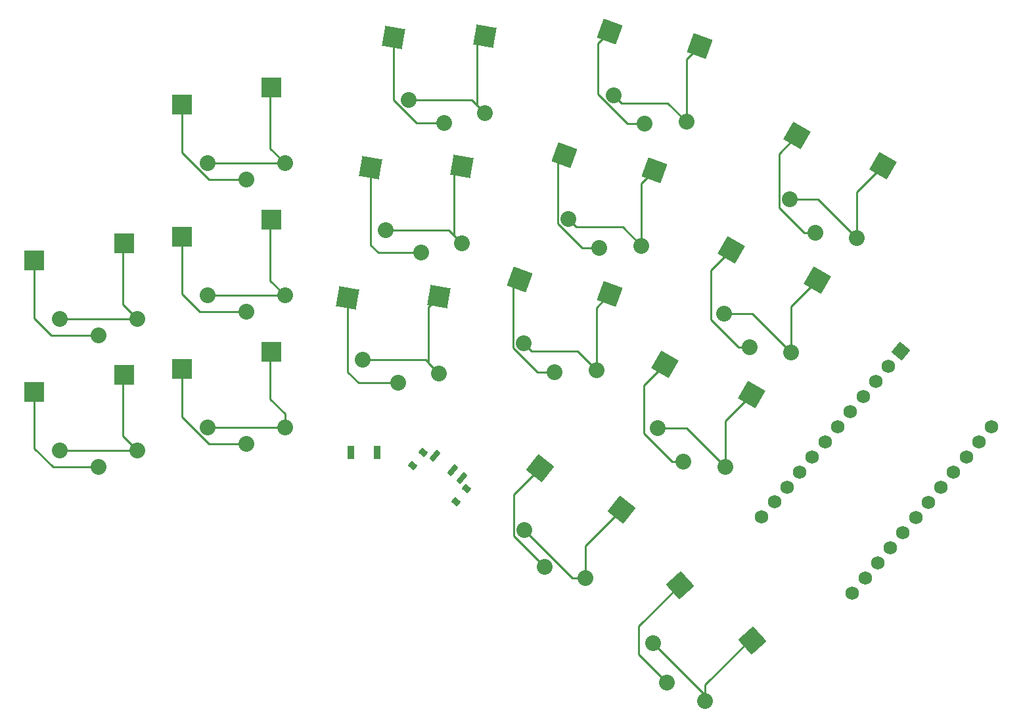
<source format=gbr>
%TF.GenerationSoftware,KiCad,Pcbnew,(6.0.5)*%
%TF.CreationDate,2022-05-06T01:30:31+03:00*%
%TF.ProjectId,main,6d61696e-2e6b-4696-9361-645f70636258,v1.0.0*%
%TF.SameCoordinates,Original*%
%TF.FileFunction,Copper,L1,Top*%
%TF.FilePolarity,Positive*%
%FSLAX46Y46*%
G04 Gerber Fmt 4.6, Leading zero omitted, Abs format (unit mm)*
G04 Created by KiCad (PCBNEW (6.0.5)) date 2022-05-06 01:30:31*
%MOMM*%
%LPD*%
G01*
G04 APERTURE LIST*
G04 Aperture macros list*
%AMRotRect*
0 Rectangle, with rotation*
0 The origin of the aperture is its center*
0 $1 length*
0 $2 width*
0 $3 Rotation angle, in degrees counterclockwise*
0 Add horizontal line*
21,1,$1,$2,0,0,$3*%
G04 Aperture macros list end*
%TA.AperFunction,SMDPad,CuDef*%
%ADD10R,2.600000X2.600000*%
%TD*%
%TA.AperFunction,ComponentPad*%
%ADD11C,2.032000*%
%TD*%
%TA.AperFunction,SMDPad,CuDef*%
%ADD12RotRect,2.600000X2.600000X350.000000*%
%TD*%
%TA.AperFunction,SMDPad,CuDef*%
%ADD13RotRect,2.600000X2.600000X340.000000*%
%TD*%
%TA.AperFunction,SMDPad,CuDef*%
%ADD14RotRect,2.600000X2.600000X330.000000*%
%TD*%
%TA.AperFunction,SMDPad,CuDef*%
%ADD15RotRect,2.600000X2.600000X322.000000*%
%TD*%
%TA.AperFunction,SMDPad,CuDef*%
%ADD16RotRect,2.600000X2.600000X312.000000*%
%TD*%
%TA.AperFunction,ComponentPad*%
%ADD17C,1.752600*%
%TD*%
%TA.AperFunction,ComponentPad*%
%ADD18RotRect,1.752600X1.752600X230.000000*%
%TD*%
%TA.AperFunction,SMDPad,CuDef*%
%ADD19RotRect,0.700000X1.500000X320.000000*%
%TD*%
%TA.AperFunction,SMDPad,CuDef*%
%ADD20RotRect,1.000000X0.800000X320.000000*%
%TD*%
%TA.AperFunction,SMDPad,CuDef*%
%ADD21R,0.900000X1.700000*%
%TD*%
%TA.AperFunction,Conductor*%
%ADD22C,0.250000*%
%TD*%
G04 APERTURE END LIST*
D10*
%TO.P,S1,1*%
%TO.N,P21*%
X187495000Y-134824872D03*
%TO.P,S1,2*%
%TO.N,GND*%
X175945000Y-137024872D03*
%TD*%
D11*
%TO.P,S2,1*%
%TO.N,P21*%
X179220000Y-144574872D03*
%TO.P,S2,2*%
%TO.N,GND*%
X184220000Y-146674872D03*
%TO.P,S2,1*%
%TO.N,P21*%
X189220000Y-144574872D03*
%TO.P,S2,2*%
%TO.N,GND*%
X184220000Y-146674872D03*
%TD*%
D10*
%TO.P,S3,1*%
%TO.N,P20*%
X187495000Y-117824872D03*
%TO.P,S3,2*%
%TO.N,GND*%
X175945000Y-120024872D03*
%TD*%
D11*
%TO.P,S4,1*%
%TO.N,P20*%
X179220000Y-127574872D03*
%TO.P,S4,2*%
%TO.N,GND*%
X184220000Y-129674872D03*
%TO.P,S4,1*%
%TO.N,P20*%
X189220000Y-127574872D03*
%TO.P,S4,2*%
%TO.N,GND*%
X184220000Y-129674872D03*
%TD*%
D10*
%TO.P,S5,1*%
%TO.N,P19*%
X206495000Y-131824872D03*
%TO.P,S5,2*%
%TO.N,GND*%
X194945000Y-134024872D03*
%TD*%
D11*
%TO.P,S6,1*%
%TO.N,P19*%
X198220000Y-141574872D03*
%TO.P,S6,2*%
%TO.N,GND*%
X203220000Y-143674872D03*
%TO.P,S6,1*%
%TO.N,P19*%
X208220000Y-141574872D03*
%TO.P,S6,2*%
%TO.N,GND*%
X203220000Y-143674872D03*
%TD*%
D10*
%TO.P,S7,1*%
%TO.N,P18*%
X206495000Y-114824872D03*
%TO.P,S7,2*%
%TO.N,GND*%
X194945000Y-117024872D03*
%TD*%
D11*
%TO.P,S8,1*%
%TO.N,P18*%
X198220000Y-124574872D03*
%TO.P,S8,2*%
%TO.N,GND*%
X203220000Y-126674872D03*
%TO.P,S8,1*%
%TO.N,P18*%
X208220000Y-124574872D03*
%TO.P,S8,2*%
%TO.N,GND*%
X203220000Y-126674872D03*
%TD*%
D10*
%TO.P,S9,1*%
%TO.N,P15*%
X206495000Y-97824872D03*
%TO.P,S9,2*%
%TO.N,GND*%
X194945000Y-100024872D03*
%TD*%
D11*
%TO.P,S10,1*%
%TO.N,P15*%
X198220000Y-107574872D03*
%TO.P,S10,2*%
%TO.N,GND*%
X203220000Y-109674872D03*
%TO.P,S10,1*%
%TO.N,P15*%
X208220000Y-107574872D03*
%TO.P,S10,2*%
%TO.N,GND*%
X203220000Y-109674872D03*
%TD*%
D12*
%TO.P,S11,1*%
%TO.N,P14*%
X228083175Y-124711848D03*
%TO.P,S11,2*%
%TO.N,GND*%
X216326620Y-124872788D03*
%TD*%
D11*
%TO.P,S12,1*%
%TO.N,P14*%
X218240821Y-132876785D03*
%TO.P,S12,2*%
%TO.N,GND*%
X222800199Y-135813122D03*
%TO.P,S12,1*%
%TO.N,P14*%
X228088899Y-134613266D03*
%TO.P,S12,2*%
%TO.N,GND*%
X222800199Y-135813122D03*
%TD*%
D12*
%TO.P,S13,1*%
%TO.N,P16*%
X231035194Y-107970116D03*
%TO.P,S13,2*%
%TO.N,GND*%
X219278639Y-108131056D03*
%TD*%
D11*
%TO.P,S14,1*%
%TO.N,P16*%
X221192840Y-116135053D03*
%TO.P,S14,2*%
%TO.N,GND*%
X225752218Y-119071390D03*
%TO.P,S14,1*%
%TO.N,P16*%
X231040918Y-117871534D03*
%TO.P,S14,2*%
%TO.N,GND*%
X225752218Y-119071390D03*
%TD*%
D12*
%TO.P,S15,1*%
%TO.N,P10*%
X233987213Y-91228384D03*
%TO.P,S15,2*%
%TO.N,GND*%
X222230658Y-91389324D03*
%TD*%
D11*
%TO.P,S16,1*%
%TO.N,P10*%
X224144859Y-99393321D03*
%TO.P,S16,2*%
%TO.N,GND*%
X228704237Y-102329658D03*
%TO.P,S16,1*%
%TO.N,P10*%
X233992937Y-101129802D03*
%TO.P,S16,2*%
%TO.N,GND*%
X228704237Y-102329658D03*
%TD*%
D13*
%TO.P,S17,1*%
%TO.N,P14*%
X250057596Y-124410056D03*
%TO.P,S17,2*%
%TO.N,GND*%
X238451702Y-122527047D03*
%TD*%
D11*
%TO.P,S18,1*%
%TO.N,P14*%
X238946943Y-130741842D03*
%TO.P,S18,2*%
%TO.N,GND*%
X242927164Y-134425297D03*
%TO.P,S18,1*%
%TO.N,P14*%
X248343870Y-134162044D03*
%TO.P,S18,2*%
%TO.N,GND*%
X242927164Y-134425297D03*
%TD*%
D13*
%TO.P,S19,1*%
%TO.N,P16*%
X255871938Y-108435281D03*
%TO.P,S19,2*%
%TO.N,GND*%
X244266044Y-106552272D03*
%TD*%
D11*
%TO.P,S20,1*%
%TO.N,P16*%
X244761285Y-114767067D03*
%TO.P,S20,2*%
%TO.N,GND*%
X248741506Y-118450522D03*
%TO.P,S20,1*%
%TO.N,P16*%
X254158212Y-118187269D03*
%TO.P,S20,2*%
%TO.N,GND*%
X248741506Y-118450522D03*
%TD*%
D13*
%TO.P,S21,1*%
%TO.N,P10*%
X261686280Y-92460507D03*
%TO.P,S21,2*%
%TO.N,GND*%
X250080386Y-90577498D03*
%TD*%
D11*
%TO.P,S22,1*%
%TO.N,P10*%
X250575627Y-98792293D03*
%TO.P,S22,2*%
%TO.N,GND*%
X254555848Y-102475748D03*
%TO.P,S22,1*%
%TO.N,P10*%
X259972554Y-102212495D03*
%TO.P,S22,2*%
%TO.N,GND*%
X254555848Y-102475748D03*
%TD*%
D14*
%TO.P,S23,1*%
%TO.N,P4*%
X268330380Y-137325594D03*
%TO.P,S23,2*%
%TO.N,GND*%
X257227787Y-133455850D03*
%TD*%
D11*
%TO.P,S24,1*%
%TO.N,P4*%
X256289020Y-141631842D03*
%TO.P,S24,2*%
%TO.N,GND*%
X259569147Y-145950495D03*
%TO.P,S24,1*%
%TO.N,P4*%
X264949274Y-146631842D03*
%TO.P,S24,2*%
%TO.N,GND*%
X259569147Y-145950495D03*
%TD*%
D14*
%TO.P,S25,2*%
%TO.N,GND*%
X265727787Y-118733418D03*
%TO.P,S25,1*%
%TO.N,P5*%
X276830380Y-122603162D03*
%TD*%
D11*
%TO.P,S26,2*%
%TO.N,GND*%
X268069147Y-131228063D03*
%TO.P,S26,1*%
%TO.N,P5*%
X273449274Y-131909410D03*
%TO.P,S26,2*%
%TO.N,GND*%
X268069147Y-131228063D03*
%TO.P,S26,1*%
%TO.N,P5*%
X264789020Y-126909410D03*
%TD*%
D14*
%TO.P,S27,2*%
%TO.N,GND*%
X274227787Y-104010986D03*
%TO.P,S27,1*%
%TO.N,P6*%
X285330380Y-107880730D03*
%TD*%
D11*
%TO.P,S28,2*%
%TO.N,GND*%
X276569147Y-116505631D03*
%TO.P,S28,1*%
%TO.N,P6*%
X281949274Y-117186978D03*
%TO.P,S28,2*%
%TO.N,GND*%
X276569147Y-116505631D03*
%TO.P,S28,1*%
%TO.N,P6*%
X273289020Y-112186978D03*
%TD*%
D15*
%TO.P,S29,1*%
%TO.N,P8*%
X251593120Y-152184209D03*
%TO.P,S29,2*%
%TO.N,GND*%
X241137141Y-146806943D03*
%TD*%
D11*
%TO.P,S30,1*%
%TO.N,P4*%
X239069632Y-154772715D03*
%TO.P,S30,2*%
%TO.N,GND*%
X241716796Y-159505845D03*
%TO.P,S30,1*%
%TO.N,P4*%
X246949739Y-160929330D03*
%TO.P,S30,2*%
%TO.N,GND*%
X241716796Y-159505845D03*
%TD*%
D16*
%TO.P,S31,1*%
%TO.N,P9*%
X268458050Y-168959711D03*
%TO.P,S31,2*%
%TO.N,GND*%
X259094673Y-161848476D03*
%TD*%
D11*
%TO.P,S32,1*%
%TO.N,P4*%
X255675333Y-169334211D03*
%TO.P,S32,2*%
%TO.N,GND*%
X257460382Y-174455110D03*
%TO.P,S32,1*%
%TO.N,P4*%
X262366639Y-176765659D03*
%TO.P,S32,2*%
%TO.N,GND*%
X257460382Y-174455110D03*
%TD*%
D17*
%TO.P,MCU1,24*%
%TO.N,P9*%
X281337516Y-162919682D03*
%TO.P,MCU1,23*%
%TO.N,P8*%
X282970196Y-160973930D03*
%TO.P,MCU1,22*%
%TO.N,P7*%
X284602877Y-159028177D03*
%TO.P,MCU1,21*%
%TO.N,P6*%
X286235557Y-157082424D03*
%TO.P,MCU1,20*%
%TO.N,P5*%
X287868238Y-155136671D03*
%TO.P,MCU1,19*%
%TO.N,P4*%
X289500918Y-153190918D03*
%TO.P,MCU1,18*%
%TO.N,P3*%
X291133599Y-151245165D03*
%TO.P,MCU1,17*%
%TO.N,P2*%
X292766279Y-149299412D03*
%TO.P,MCU1,16*%
%TO.N,GND*%
X294398960Y-147353659D03*
%TO.P,MCU1,15*%
X296031641Y-145407906D03*
%TO.P,MCU1,14*%
%TO.N,P0*%
X297664321Y-143462154D03*
%TO.P,MCU1,13*%
%TO.N,P1*%
X299297002Y-141516401D03*
%TO.P,MCU1,12*%
%TO.N,P10*%
X269662998Y-153123599D03*
%TO.P,MCU1,11*%
%TO.N,P16*%
X271295679Y-151177846D03*
%TO.P,MCU1,10*%
%TO.N,P14*%
X272928359Y-149232094D03*
%TO.P,MCU1,9*%
%TO.N,P15*%
X274561040Y-147286341D03*
%TO.P,MCU1,8*%
%TO.N,P18*%
X276193721Y-145340588D03*
%TO.P,MCU1,7*%
%TO.N,P19*%
X277826401Y-143394835D03*
%TO.P,MCU1,6*%
%TO.N,P20*%
X279459082Y-141449082D03*
%TO.P,MCU1,5*%
%TO.N,P21*%
X281091762Y-139503329D03*
%TO.P,MCU1,4*%
%TO.N,VCC*%
X282724443Y-137557576D03*
%TO.P,MCU1,3*%
%TO.N,RST*%
X284357123Y-135611823D03*
%TO.P,MCU1,2*%
%TO.N,GND*%
X285989804Y-133666070D03*
D18*
%TO.P,MCU1,1*%
%TO.N,RAW*%
X287622484Y-131720318D03*
%TD*%
D19*
%TO.P,,1*%
%TO.N,pos*%
X227550274Y-145181973D03*
%TO.P,,2*%
%TO.N,RAW*%
X229848408Y-147110336D03*
%TO.P,,3*%
%TO.N,N/C*%
X230997474Y-148074518D03*
D20*
%TO.P,,*%
%TO.N,*%
X224639440Y-146472958D03*
X230231564Y-151165307D03*
X231652125Y-149472349D03*
X226060000Y-144780000D03*
%TD*%
D21*
%TO.P,,1*%
%TO.N,RST*%
X220140000Y-144780000D03*
%TO.P,,2*%
%TO.N,GND*%
X216740000Y-144780000D03*
%TD*%
D22*
%TO.N,P21*%
X189220000Y-144574872D02*
X187345479Y-142700351D01*
X187345479Y-142700351D02*
X187345479Y-134974393D01*
X187345479Y-134974393D02*
X187495000Y-134824872D01*
X179220000Y-144574872D02*
X189220000Y-144574872D01*
%TO.N,P20*%
X189220000Y-127574872D02*
X187345479Y-125700351D01*
X187345479Y-125700351D02*
X187345479Y-117974393D01*
X187345479Y-117974393D02*
X187495000Y-117824872D01*
X179220000Y-127574872D02*
X189220000Y-127574872D01*
%TO.N,P15*%
X208220000Y-107574872D02*
X206345479Y-105700351D01*
X206345479Y-105700351D02*
X206345479Y-97974393D01*
X206345479Y-97974393D02*
X206495000Y-97824872D01*
X198220000Y-107574872D02*
X208220000Y-107574872D01*
%TO.N,P18*%
X208220000Y-124574872D02*
X206345479Y-122700351D01*
X206345479Y-122700351D02*
X206345479Y-114974393D01*
X206345479Y-114974393D02*
X206495000Y-114824872D01*
X198220000Y-124574872D02*
X208220000Y-124574872D01*
%TO.N,P19*%
X208220000Y-141574872D02*
X208220000Y-139820549D01*
X208220000Y-139820549D02*
X206345479Y-137946028D01*
X206345479Y-137946028D02*
X206345479Y-131974393D01*
X206345479Y-131974393D02*
X206495000Y-131824872D01*
X198220000Y-141574872D02*
X208220000Y-141574872D01*
%TO.N,P14*%
X248343870Y-134162044D02*
X248343870Y-126123782D01*
X248343870Y-126123782D02*
X250057596Y-124410056D01*
X238946943Y-130741842D02*
X239962942Y-131757841D01*
X239962942Y-131757841D02*
X245939667Y-131757841D01*
X245939667Y-131757841D02*
X248343870Y-134162044D01*
X228088899Y-134613266D02*
X226732451Y-133256818D01*
X226732451Y-133256818D02*
X226732451Y-126062572D01*
X226732451Y-126062572D02*
X228083175Y-124711848D01*
X218240821Y-132876785D02*
X226352418Y-132876785D01*
X226352418Y-132876785D02*
X228088899Y-134613266D01*
%TO.N,P16*%
X231040918Y-117871534D02*
X230024919Y-116855535D01*
X230024919Y-116855535D02*
X230024919Y-108980391D01*
X230024919Y-108980391D02*
X231035194Y-107970116D01*
X221192840Y-116135053D02*
X229304437Y-116135053D01*
X229304437Y-116135053D02*
X231040918Y-117871534D01*
%TO.N,P10*%
X233992937Y-101129802D02*
X232976938Y-100113803D01*
X232976938Y-100113803D02*
X232976938Y-92238659D01*
X232976938Y-92238659D02*
X233987213Y-91228384D01*
X224144859Y-99393321D02*
X232256456Y-99393321D01*
X232256456Y-99393321D02*
X233992937Y-101129802D01*
X259972554Y-102212495D02*
X259972554Y-94174233D01*
X259972554Y-94174233D02*
X261686280Y-92460507D01*
X250575627Y-98792293D02*
X251591626Y-99808292D01*
X251591626Y-99808292D02*
X257568351Y-99808292D01*
X257568351Y-99808292D02*
X259972554Y-102212495D01*
%TO.N,P16*%
X254158212Y-118187269D02*
X254158212Y-110149007D01*
X254158212Y-110149007D02*
X255871938Y-108435281D01*
X244761285Y-114767067D02*
X245777284Y-115783066D01*
X245777284Y-115783066D02*
X251754009Y-115783066D01*
X251754009Y-115783066D02*
X254158212Y-118187269D01*
%TO.N,P6*%
X281949274Y-117186978D02*
X281949274Y-111261836D01*
X281949274Y-111261836D02*
X285330380Y-107880730D01*
X273289020Y-112186978D02*
X276949274Y-112186978D01*
X276949274Y-112186978D02*
X281949274Y-117186978D01*
%TO.N,P5*%
X273449274Y-131909410D02*
X273449274Y-125984268D01*
X273449274Y-125984268D02*
X276830380Y-122603162D01*
X264789020Y-126909410D02*
X268449274Y-126909410D01*
X268449274Y-126909410D02*
X273449274Y-131909410D01*
%TO.N,P4*%
X264949274Y-146631842D02*
X264949274Y-140706700D01*
X264949274Y-140706700D02*
X268330380Y-137325594D01*
X256289020Y-141631842D02*
X259949274Y-141631842D01*
X259949274Y-141631842D02*
X264949274Y-146631842D01*
X246949739Y-160929330D02*
X246949739Y-156827590D01*
X246949739Y-156827590D02*
X251593120Y-152184209D01*
X239069632Y-154772715D02*
X245226247Y-160929330D01*
X245226247Y-160929330D02*
X246949739Y-160929330D01*
X268458050Y-168959711D02*
X268080420Y-168959711D01*
X268080420Y-168959711D02*
X262366639Y-174673492D01*
X262366639Y-174673492D02*
X262366639Y-176765659D01*
X255675333Y-169334211D02*
X262366639Y-176025517D01*
X262366639Y-176025517D02*
X262366639Y-176765659D01*
%TO.N,GND*%
X257460382Y-174455110D02*
X253765786Y-170760514D01*
X253765786Y-170760514D02*
X253765786Y-167177363D01*
X253765786Y-167177363D02*
X259094673Y-161848476D01*
X241716796Y-159505845D02*
X237729121Y-155518170D01*
X237729121Y-155518170D02*
X237729121Y-150214963D01*
X237729121Y-150214963D02*
X241137141Y-146806943D01*
X259569147Y-145950495D02*
X258132307Y-145950495D01*
X258132307Y-145950495D02*
X254502663Y-142320851D01*
X254502663Y-142320851D02*
X254502663Y-136180974D01*
X254502663Y-136180974D02*
X257227787Y-133455850D01*
X268069147Y-131228063D02*
X266632307Y-131228063D01*
X266632307Y-131228063D02*
X263116401Y-127712157D01*
X263116401Y-127712157D02*
X263116401Y-121344804D01*
X263116401Y-121344804D02*
X265727787Y-118733418D01*
X276569147Y-116505631D02*
X275132307Y-116505631D01*
X271888991Y-106349782D02*
X274227787Y-104010986D01*
X275132307Y-116505631D02*
X271888991Y-113262315D01*
X271888991Y-113262315D02*
X271888991Y-106349782D01*
X254555848Y-102475748D02*
X252363312Y-102475748D01*
X252363312Y-102475748D02*
X248512891Y-98625327D01*
X248512891Y-98625327D02*
X248512891Y-92144993D01*
X248512891Y-92144993D02*
X250080386Y-90577498D01*
X248741506Y-118450522D02*
X246548970Y-118450522D01*
X246548970Y-118450522D02*
X243396910Y-115298462D01*
X243396910Y-115298462D02*
X243396910Y-107421406D01*
X243396910Y-107421406D02*
X244266044Y-106552272D01*
X242927164Y-134425297D02*
X240734628Y-134425297D01*
X237606432Y-131297101D02*
X237606432Y-123372317D01*
X237606432Y-123372317D02*
X238451702Y-122527047D01*
X240734628Y-134425297D02*
X237606432Y-131297101D01*
X222800199Y-135813122D02*
X217699799Y-135813122D01*
X217699799Y-135813122D02*
X216326620Y-134439943D01*
X216326620Y-134439943D02*
X216326620Y-124872788D01*
X225752218Y-119071390D02*
X220232576Y-119071390D01*
X220232576Y-119071390D02*
X219278639Y-118117453D01*
X219278639Y-118117453D02*
X219278639Y-108131056D01*
X228704237Y-102329658D02*
X225185426Y-102329658D01*
X222230658Y-99374890D02*
X222230658Y-91389324D01*
X225185426Y-102329658D02*
X222230658Y-99374890D01*
X203220000Y-109674872D02*
X198424230Y-109674872D01*
X198424230Y-109674872D02*
X194945000Y-106195642D01*
X194945000Y-106195642D02*
X194945000Y-100024872D01*
X203220000Y-126674872D02*
X197274336Y-126674872D01*
X197274336Y-126674872D02*
X194945000Y-124345536D01*
X194945000Y-124345536D02*
X194945000Y-117024872D01*
X184220000Y-129674872D02*
X178137878Y-129674872D01*
X175945000Y-127481994D02*
X175945000Y-120024872D01*
X178137878Y-129674872D02*
X175945000Y-127481994D01*
X203220000Y-143674872D02*
X198424230Y-143674872D01*
X198424230Y-143674872D02*
X194945000Y-140195642D01*
X194945000Y-140195642D02*
X194945000Y-134024872D01*
X178330567Y-146674872D02*
X175942878Y-144287183D01*
X184220000Y-146674872D02*
X178330567Y-146674872D01*
X175942878Y-144287183D02*
X175945000Y-144285061D01*
X175945000Y-144285061D02*
X175945000Y-137024872D01*
%TD*%
M02*

</source>
